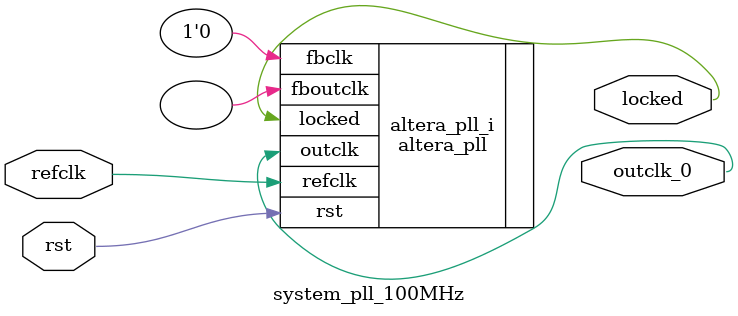
<source format=v>
`timescale 1ns/10ps
module  system_pll_100MHz(

	// interface 'refclk'
	input wire refclk,

	// interface 'reset'
	input wire rst,

	// interface 'outclk0'
	output wire outclk_0,

	// interface 'locked'
	output wire locked
);

	altera_pll #(
		.fractional_vco_multiplier("false"),
		.reference_clock_frequency("50.0 MHz"),
		.operation_mode("direct"),
		.number_of_clocks(1),
		.output_clock_frequency0("100.000000 MHz"),
		.phase_shift0("0 ps"),
		.duty_cycle0(50),
		.output_clock_frequency1("0 MHz"),
		.phase_shift1("0 ps"),
		.duty_cycle1(50),
		.output_clock_frequency2("0 MHz"),
		.phase_shift2("0 ps"),
		.duty_cycle2(50),
		.output_clock_frequency3("0 MHz"),
		.phase_shift3("0 ps"),
		.duty_cycle3(50),
		.output_clock_frequency4("0 MHz"),
		.phase_shift4("0 ps"),
		.duty_cycle4(50),
		.output_clock_frequency5("0 MHz"),
		.phase_shift5("0 ps"),
		.duty_cycle5(50),
		.output_clock_frequency6("0 MHz"),
		.phase_shift6("0 ps"),
		.duty_cycle6(50),
		.output_clock_frequency7("0 MHz"),
		.phase_shift7("0 ps"),
		.duty_cycle7(50),
		.output_clock_frequency8("0 MHz"),
		.phase_shift8("0 ps"),
		.duty_cycle8(50),
		.output_clock_frequency9("0 MHz"),
		.phase_shift9("0 ps"),
		.duty_cycle9(50),
		.output_clock_frequency10("0 MHz"),
		.phase_shift10("0 ps"),
		.duty_cycle10(50),
		.output_clock_frequency11("0 MHz"),
		.phase_shift11("0 ps"),
		.duty_cycle11(50),
		.output_clock_frequency12("0 MHz"),
		.phase_shift12("0 ps"),
		.duty_cycle12(50),
		.output_clock_frequency13("0 MHz"),
		.phase_shift13("0 ps"),
		.duty_cycle13(50),
		.output_clock_frequency14("0 MHz"),
		.phase_shift14("0 ps"),
		.duty_cycle14(50),
		.output_clock_frequency15("0 MHz"),
		.phase_shift15("0 ps"),
		.duty_cycle15(50),
		.output_clock_frequency16("0 MHz"),
		.phase_shift16("0 ps"),
		.duty_cycle16(50),
		.output_clock_frequency17("0 MHz"),
		.phase_shift17("0 ps"),
		.duty_cycle17(50),
		.pll_type("General"),
		.pll_subtype("General")
	) altera_pll_i (
		.rst	(rst),
		.outclk	({outclk_0}),
		.locked	(locked),
		.fboutclk	( ),
		.fbclk	(1'b0),
		.refclk	(refclk)
	);
endmodule


</source>
